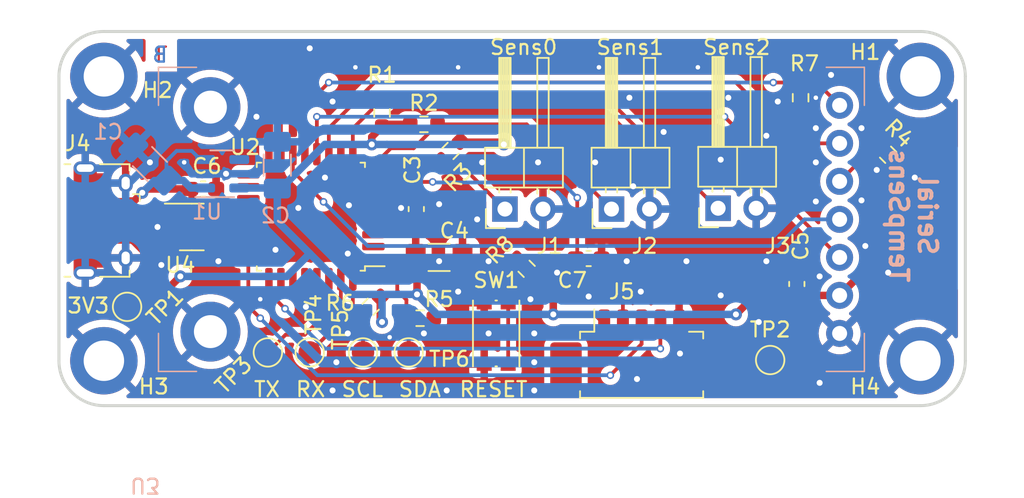
<source format=kicad_pcb>
(kicad_pcb (version 20221018) (generator pcbnew)
  (layers (0 "F.Cu" signal) (31 "B.Cu" signal) (34 "B.Paste" user) (35 "F.Paste" user) (36 "B.SilkS" user "B.Silkscreen") (37 "F.SilkS" user "F.Silkscreen") (38 "B.Mask" user) (39 "F.Mask" user) (44 "Edge.Cuts" user))
  (net 0 "")
  (net 1 "+3V3")
  (net 2 "GND")
  (net 3 "+5V")
  (net 4 "/nRST")
  (net 5 "Net-(J2-Pin_1)")
  (net 6 "Net-(J3-Pin_1)")
  (net 7 "/SWDIO")
  (net 8 "/SWCLK")
  (net 9 "/I2C1_SCL")
  (net 10 "/DISP_RST")
  (net 11 "/DISP_CS")
  (net 12 "/USB_D-")
  (net 13 "/USB_D+")
  (net 14 "/SPI1_SCK")
  (net 15 "/SPI1_MOSI")
  (net 16 "/DISP_DC")
  (net 17 "Net-(J1-Pin_1)")
  (net 30 "/UART_TX")
  (net 31 "/UART_RX")
  (net 35 "/I2C1_SDA")
  (net 36 "Net-(J4-D-)")
  (net 37 "Net-(J4-D+)")
  (footprint "Resistor_SMD:R_0603_1608Metric_Pad0.98x0.95mm_HandSolder" (layer "F.Cu") (at 124.638 66.982 -135)
    (fp_text reference "R3" (at 0.898026 -1.616446 -135) (layer "F.SilkS"))
    (fp_text value "8k2")
    (pad "1" smd roundrect (at -0.9125 0 225) (size 0.975 0.95) (layers "F.Cu" "F.Paste" "F.Mask") (net 1 "+3V3"))
    (pad "2" smd roundrect (at 0.9125 0 225) (size 0.975 0.95) (layers "F.Cu" "F.Paste" "F.Mask") (net 17 "Net-(J1-Pin_1)"))
  )
  (footprint "TestPoint:TestPoint_Pad_D1.5mm" (layer "F.Cu") (at 103.048 77.396)
    (fp_text reference "TP1" (at 2.54 0 45) (layer "F.SilkS"))
    (fp_text value "TestPoint")
    (pad "1" smd circle (at 0 0) (size 1.5 1.5) (layers "F.Cu" "F.Mask") (net 1 "+3V3"))
  )
  (footprint "TestPoint:TestPoint_Pad_D1.5mm" (layer "F.Cu") (at 121.844 80.444)
    (fp_text reference "TP6" (at 2.718 0.434) (layer "F.SilkS"))
    (fp_text value "TestPoint")
    (pad "1" smd circle (at 0 0) (size 1.5 1.5) (layers "F.Cu" "F.Mask") (net 35 "/I2C1_SDA"))
  )
  (footprint "TestPoint:TestPoint_Pad_D1.5mm" (layer "F.Cu") (at 115.24 80.444)
    (fp_text reference "TP4" (at 0.254 -2.54 90) (layer "F.SilkS"))
    (fp_text value "TestPoint")
    (pad "1" smd circle (at 0 0) (size 1.5 1.5) (layers "F.Cu" "F.Mask") (net 31 "/UART_RX"))
  )
  (footprint "Resistor_SMD:R_0603_1608Metric_Pad0.98x0.95mm_HandSolder" (layer "F.Cu") (at 153.848 67.236 135)
    (fp_text reference "R4" (at 0.508 1.524 135) (layer "F.SilkS"))
    (fp_text value "10k")
    (pad "1" smd roundrect (at -0.9125 0 135) (size 0.975 0.95) (layers "F.Cu" "F.Paste" "F.Mask") (net 1 "+3V3"))
    (pad "2" smd roundrect (at 0.9125 0 135) (size 0.975 0.95) (layers "F.Cu" "F.Paste" "F.Mask") (net 10 "/DISP_RST"))
  )
  (footprint "Capacitor_SMD:C_0603_1608Metric_Pad1.08x0.95mm_HandSolder" (layer "F.Cu") (at 133.858 74.168)
    (fp_text reference "C7" (at -1.092 1.45) (layer "F.SilkS"))
    (fp_text value "100n")
    (pad "1" smd roundrect (at -0.8625 0) (size 1.075 0.95) (layers "F.Cu" "F.Paste" "F.Mask") (net 4 "/nRST"))
    (pad "2" smd roundrect (at 0.8625 0) (size 1.075 0.95) (layers "F.Cu" "F.Paste" "F.Mask") (net 2 "GND"))
  )
  (footprint "TestPoint:TestPoint_Pad_D1.5mm" (layer "F.Cu") (at 112.446 80.444)
    (fp_text reference "TP3" (at -2.286 1.524 45) (layer "F.SilkS"))
    (fp_text value "TestPoint")
    (pad "1" smd circle (at 0 0) (size 1.5 1.5) (layers "F.Cu" "F.Mask") (net 30 "/UART_TX"))
  )
  (footprint "Connector_PinHeader_2.54mm:PinHeader_1x02_P2.54mm_Horizontal" (layer "F.Cu") (at 128.27 70.866 90)
    (fp_text reference "J1" (at -2.466 2.972 180) (layer "F.SilkS"))
    (fp_text value "Conn_01x02")
    (pad "1" thru_hole rect (at 0 0 90) (size 1.7 1.7) (drill 1) (layers "*.Cu" "*.Mask") (net 17 "Net-(J1-Pin_1)"))
    (pad "2" thru_hole oval (at 0 2.54 90) (size 1.7 1.7) (drill 1) (layers "*.Cu" "*.Mask") (net 2 "GND"))
  )
  (footprint "TestPoint:TestPoint_Pad_D1.5mm" (layer "F.Cu") (at 145.974 80.952)
    (fp_text reference "TP2" (at 0 -2.032) (layer "F.SilkS"))
    (fp_text value "TestPoint")
    (pad "1" smd circle (at 0 0) (size 1.5 1.5) (layers "F.Cu" "F.Mask") (net 2 "GND"))
  )
  (footprint "Package_QFP:LQFP-32_7x7mm_P0.8mm" (layer "F.Cu") (at 115.316 71.374 180)
    (fp_text reference "U2" (at 4.394 4.646) (layer "F.SilkS"))
    (fp_text value "STM32G0B1KCTx")
    (pad "1" smd roundrect (at -4.175 -2.8 180) (size 1.5 0.5) (layers "F.Cu" "F.Paste" "F.Mask") (net 35 "/I2C1_SDA"))
    (pad "2" smd roundrect (at -4.175 -2 180) (size 1.5 0.5) (layers "F.Cu" "F.Paste" "F.Mask"))
    (pad "3" smd roundrect (at -4.175 -1.2 180) (size 1.5 0.5) (layers "F.Cu" "F.Paste" "F.Mask"))
    (pad "4" smd roundrect (at -4.175 -0.4 180) (size 1.5 0.5) (layers "F.Cu" "F.Paste" "F.Mask") (net 1 "+3V3"))
    (pad "5" smd roundrect (at -4.175 0.4 180) (size 1.5 0.5) (layers "F.Cu" "F.Paste" "F.Mask") (net 2 "GND"))
    (pad "6" smd roundrect (at -4.175 1.2 180) (size 1.5 0.5) (layers "F.Cu" "F.Paste" "F.Mask") (net 4 "/nRST"))
    (pad "7" smd roundrect (at -4.175 2 180) (size 1.5 0.5) (layers "F.Cu" "F.Paste" "F.Mask") (net 17 "Net-(J1-Pin_1)"))
    (pad "8" smd roundrect (at -4.175 2.8 180) (size 1.5 0.5) (layers "F.Cu" "F.Paste" "F.Mask") (net 5 "Net-(J2-Pin_1)"))
    (pad "9" smd roundrect (at -2.8 4.175 180) (size 0.5 1.5) (layers "F.Cu" "F.Paste" "F.Mask") (net 6 "Net-(J3-Pin_1)"))
    (pad "10" smd roundrect (at -2 4.175 180) (size 0.5 1.5) (layers "F.Cu" "F.Paste" "F.Mask"))
    (pad "11" smd roundrect (at -1.2 4.175 180) (size 0.5 1.5) (layers "F.Cu" "F.Paste" "F.Mask") (net 16 "/DISP_DC"))
    (pad "12" smd roundrect (at -0.4 4.175 180) (size 0.5 1.5) (layers "F.Cu" "F.Paste" "F.Mask") (net 14 "/SPI1_SCK"))
    (pad "13" smd roundrect (at 0.4 4.175 180) (size 0.5 1.5) (layers "F.Cu" "F.Paste" "F.Mask") (net 11 "/DISP_CS"))
    (pad "14" smd roundrect (at 1.2 4.175 180) (size 0.5 1.5) (layers "F.Cu" "F.Paste" "F.Mask") (net 15 "/SPI1_MOSI"))
    (pad "15" smd roundrect (at 2 4.175 180) (size 0.5 1.5) (layers "F.Cu" "F.Paste" "F.Mask") (net 10 "/DISP_RST"))
    (pad "16" smd roundrect (at 2.8 4.175 180) (size 0.5 1.5) (layers "F.Cu" "F.Paste" "F.Mask"))
    (pad "17" smd roundrect (at 4.175 2.8 180) (size 1.5 0.5) (layers "F.Cu" "F.Paste" "F.Mask"))
    (pad "18" smd roundrect (at 4.175 2 180) (size 1.5 0.5) (layers "F.Cu" "F.Paste" "F.Mask"))
    (pad "19" smd roundrect (at 4.175 1.2 180) (size 1.5 0.5) (layers "F.Cu" "F.Paste" "F.Mask"))
    (pad "20" smd roundrect (at 4.175 0.4 180) (size 1.5 0.5) (layers "F.Cu" "F.Paste" "F.Mask"))
    (pad "21" smd roundrect (at 4.175 -0.4 180) (size 1.5 0.5) (layers "F.Cu" "F.Paste" "F.Mask"))
    (pad "22" smd roundrect (at 4.175 -1.2 180) (size 1.5 0.5) (layers "F.Cu" "F.Paste" "F.Mask") (net 12 "/USB_D-"))
    (pad "23" smd roundrect (at 4.175 -2 180) (size 1.5 0.5) (layers "F.Cu" "F.Paste" "F.Mask") (net 13 "/USB_D+"))
    (pad "24" smd roundrect (at 4.175 -2.8 180) (size 1.5 0.5) (layers "F.Cu" "F.Paste" "F.Mask") (net 7 "/SWDIO"))
    (pad "25" smd roundrect (at 2.8 -4.175 180) (size 0.5 1.5) (layers "F.Cu" "F.Paste" "F.Mask") (net 8 "/SWCLK"))
    (pad "26" smd roundrect (at 2 -4.175 180) (size 0.5 1.5) (layers "F.Cu" "F.Paste" "F.Mask"))
    (pad "27" smd roundrect (at 1.2 -4.175 180) (size 0.5 1.5) (layers "F.Cu" "F.Paste" "F.Mask"))
    (pad "28" smd roundrect (at 0.4 -4.175 180) (size 0.5 1.5) (layers "F.Cu" "F.Paste" "F.Mask"))
    (pad "29" smd roundrect (at -0.4 -4.175 180) (size 0.5 1.5) (layers "F.Cu" "F.Paste" "F.Mask"))
    (pad "30" smd roundrect (at -1.2 -4.175 180) (size 0.5 1.5) (layers "F.Cu" "F.Paste" "F.Mask") (net 30 "/UART_TX"))
    (pad "31" smd roundrect (at -2 -4.175 180) (size 0.5 1.5) (layers "F.Cu" "F.Paste" "F.Mask") (net 31 "/UART_RX"))
    (pad "32" smd roundrect (at -2.8 -4.175 180) (size 0.5 1.5) (layers "F.Cu" "F.Paste" "F.Mask") (net 9 "/I2C1_SCL"))
  )
  (footprint "Package_TO_SOT_SMD:SOT-23-6" (layer "F.Cu") (at 107.366 72.062)
    (fp_text reference "U4" (at -0.762 2.54) (layer "F.SilkS"))
    (fp_text value "USBLC6-2SC6")
    (pad "1" smd roundrect (at -1.1375 -0.95) (size 1.325 0.6) (layers "F.Cu" "F.Paste" "F.Mask") (net 36 "Net-(J4-D-)"))
    (pad "2" smd roundrect (at -1.1375 0) (size 1.325 0.6) (layers "F.Cu" "F.Paste" "F.Mask") (net 2 "GND"))
    (pad "3" smd roundrect (at -1.1375 0.95) (size 1.325 0.6) (layers "F.Cu" "F.Paste" "F.Mask") (net 37 "Net-(J4-D+)"))
    (pad "4" smd roundrect (at 1.1375 0.95) (size 1.325 0.6) (layers "F.Cu" "F.Paste" "F.Mask") (net 13 "/USB_D+"))
    (pad "5" smd roundrect (at 1.1375 0) (size 1.325 0.6) (layers "F.Cu" "F.Paste" "F.Mask") (net 3 "+5V"))
    (pad "6" smd roundrect (at 1.1375 -0.95) (size 1.325 0.6) (layers "F.Cu" "F.Paste" "F.Mask") (net 12 "/USB_D-"))
  )
  (footprint "MountingHole:MountingHole_2.7mm_M2.5_ISO7380_Pad" (layer "F.Cu") (at 156 81)
    (fp_text reference "H4" (at -3.676 1.73) (layer "F.SilkS"))
    (fp_text value "MountingHole_Pad")
    (pad "1" thru_hole circle (at 0 0) (size 4.5 4.5) (drill 2.7) (layers "*.Cu" "*.Mask") (net 2 "GND"))
  )
  (footprint "Resistor_SMD:R_0603_1608Metric_Pad0.98x0.95mm_HandSolder" (layer "F.Cu") (at 122.86 65.204)
    (fp_text reference "R2" (at 0 -1.43) (layer "F.SilkS"))
    (fp_text value "8k2")
    (pad "1" smd roundrect (at -0.9125 0) (size 0.975 0.95) (layers "F.Cu" "F.Paste" "F.Mask") (net 1 "+3V3"))
    (pad "2" smd roundrect (at 0.9125 0) (size 0.975 0.95) (layers "F.Cu" "F.Paste" "F.Mask") (net 5 "Net-(J2-Pin_1)"))
  )
  (footprint "MountingHole:MountingHole_2.7mm_M2.5_ISO7380_Pad" (layer "F.Cu") (at 101.5 62)
    (fp_text reference "H2" (at 3.58 0.918) (layer "F.SilkS"))
    (fp_text value "MountingHole_Pad")
    (pad "1" thru_hole circle (at 0 0) (size 4.5 4.5) (drill 2.7) (layers "*.Cu" "*.Mask") (net 2 "GND"))
  )
  (footprint "Resistor_SMD:R_0603_1608Metric_Pad0.98x0.95mm_HandSolder" (layer "F.Cu") (at 119.304 77.396 -135)
    (fp_text reference "R6" (at 1.257236 1.616446) (layer "F.SilkS"))
    (fp_text value "4k7")
    (pad "1" smd roundrect (at -0.9125 0 225) (size 0.975 0.95) (layers "F.Cu" "F.Paste" "F.Mask") (net 1 "+3V3"))
    (pad "2" smd roundrect (at 0.9125 0 225) (size 0.975 0.95) (layers "F.Cu" "F.Paste" "F.Mask") (net 9 "/I2C1_SCL"))
  )
  (footprint "Connector_Molex:Molex_PicoBlade_53261-0571_1x05-1MP_P1.25mm_Horizontal" (layer "F.Cu") (at 137.394 80.772)
    (fp_text reference "J5" (at -1.326 -4.4) (layer "F.SilkS"))
    (fp_text value "Conn_01x05")
    (pad "1" smd roundrect (at -2.5 -2.4) (size 0.8 1.6) (layers "F.Cu" "F.Paste" "F.Mask") (net 1 "+3V3"))
    (pad "2" smd roundrect (at -1.25 -2.4) (size 0.8 1.6) (layers "F.Cu" "F.Paste" "F.Mask") (net 4 "/nRST"))
    (pad "3" smd roundrect (at 0 -2.4) (size 0.8 1.6) (layers "F.Cu" "F.Paste" "F.Mask") (net 7 "/SWDIO"))
    (pad "4" smd roundrect (at 1.25 -2.4) (size 0.8 1.6) (layers "F.Cu" "F.Paste" "F.Mask") (net 8 "/SWCLK"))
    (pad "5" smd roundrect (at 2.5 -2.4) (size 0.8 1.6) (layers "F.Cu" "F.Paste" "F.Mask") (net 2 "GND"))
    (pad "MP" smd roundrect (at -5.05 0.5) (size 2.1 3) (layers "F.Cu" "F.Paste" "F.Mask") (roundrect_rratio 0.1190480952))
    (pad "MP" smd roundrect (at 5.05 0.5) (size 2.1 3) (layers "F.Cu" "F.Paste" "F.Mask") (roundrect_rratio 0.1190480952))
  )
  (footprint "Resistor_SMD:R_0603_1608Metric_Pad0.98x0.95mm_HandSolder" (layer "F.Cu") (at 120.066 64.442 90)
    (fp_text reference "R1" (at 2.54 0 180) (layer "F.SilkS"))
    (fp_text value "8k2")
    (pad "1" smd roundrect (at -0.9125 0 90) (size 0.975 0.95) (layers "F.Cu" "F.Paste" "F.Mask") (net 1 "+3V3"))
    (pad "2" smd roundrect (at 0.9125 0 90) (size 0.975 0.95) (layers "F.Cu" "F.Paste" "F.Mask") (net 6 "Net-(J3-Pin_1)"))
  )
  (footprint "MountingHole:MountingHole_2.7mm_M2.5_ISO7380_Pad" (layer "F.Cu") (at 101.5 81)
    (fp_text reference "H3" (at 3.326 1.73) (layer "F.SilkS"))
    (fp_text value "MountingHole_Pad")
    (pad "1" thru_hole circle (at 0 0) (size 4.5 4.5) (drill 2.7) (layers "*.Cu" "*.Mask") (net 2 "GND"))
  )
  (footprint "Connector_PinHeader_2.54mm:PinHeader_1x02_P2.54mm_Horizontal" (layer "F.Cu") (at 135.382 70.866 90)
    (fp_text reference "J2" (at -2.466 2.21 180) (layer "F.SilkS"))
    (fp_text value "Conn_01x02")
    (pad "1" thru_hole rect (at 0 0 90) (size 1.7 1.7) (drill 1) (layers "*.Cu" "*.Mask") (net 5 "Net-(J2-Pin_1)"))
    (pad "2" thru_hole oval (at 0 2.54 90) (size 1.7 1.7) (drill 1) (layers "*.Cu" "*.Mask") (net 2 "GND"))
  )
  (footprint "Button_Switch_SMD:SW_Push_1P1T_NO_CK_KMR2" (layer "F.Cu") (at 127.686 79.174 90)
    (fp_text reference "SW1" (at 3.556 0 180) (layer "F.SilkS"))
    (fp_text value "SW_Push")
    (pad "1" smd rect (at -2.05 -0.8 90) (size 0.9 1) (layers "F.Cu" "F.Paste" "F.Mask") (net 2 "GND"))
    (pad "1" smd rect (at 2.05 -0.8 90) (size 0.9 1) (layers "F.Cu" "F.Paste" "F.Mask") (net 2 "GND"))
    (pad "2" smd rect (at -2.05 0.8 90) (size 0.9 1) (layers "F.Cu" "F.Paste" "F.Mask") (net 4 "/nRST"))
    (pad "2" smd rect (at 2.05 0.8 90) (size 0.9 1) (layers "F.Cu" "F.Paste" "F.Mask") (net 4 "/nRST"))
  )
  (footprint "Resistor_SMD:R_0603_1608Metric_Pad0.98x0.95mm_HandSolder" (layer "F.Cu") (at 148.006 63.426 -90)
    (fp_text reference "R7" (at -2.286 -0.254) (layer "F.SilkS"))
    (fp_text value "10k")
    (pad "1" smd roundrect (at -0.9125 0 270) (size 0.975 0.95) (layers "F.Cu" "F.Paste" "F.Mask") (net 11 "/DISP_CS"))
    (pad "2" smd roundrect (at 0.9125 0 270) (size 0.975 0.95) (layers "F.Cu" "F.Paste" "F.Mask") (net 2 "GND"))
  )
  (footprint "Connector_USB:USB_Micro-B_Amphenol_10118194_Horizontal" (layer "F.Cu") (at 101.554 71.628 -90)
    (fp_text reference "J4" (at -5.154 1.808) (layer "F.SilkS"))
    (fp_text value "USB_B_Micro")
    (pad "1" smd rect (at -1.3 -1.4 270) (size 0.4 1.35) (layers "F.Cu" "F.Paste" "F.Mask") (net 3 "+5V"))
    (pad "2" smd rect (at -0.65 -1.4 270) (size 0.4 1.35) (layers "F.Cu" "F.Paste" "F.Mask") (net 36 "Net-(J4-D-)"))
    (pad "3" smd rect (at 0 -1.4 270) (size 0.4 1.35) (layers "F.Cu" "F.Paste" "F.Mask") (net 37 "Net-(J4-D+)"))
    (pad "4" smd rect (at 0.65 -1.4 270) (size 0.4 1.35) (layers "F.Cu" "F.Paste" "F.Mask"))
    (pad "5" smd rect (at 1.3 -1.4 270) (size 0.4 1.35) (layers "F.Cu" "F.Paste" "F.Mask") (net 2 "GND"))
    (pad "6" thru_hole oval (at -3.5 1.3 270) (size 0.89 1.55) (drill oval 0.5 1.15) (layers "*.Cu" "*.Mask") (net 2 "GND"))
    (pad "6" smd rect (at -2.9 1.3 270) (size 1.2 1.55) (layers "F.Cu" "F.Paste" "F.Mask") (net 2 "GND"))
    (pad "6" thru_hole oval (at -2.5 -1.4 270) (size 1.25 0.95) (drill oval 0.85 0.55) (layers "*.Cu" "*.Mask") (net 2 "GND"))
    (pad "6" smd rect (at -1 1.3 270) (size 1.5 1.55) (layers "F.Cu" "F.Paste" "F.Mask") (net 2 "GND"))
    (pad "6" smd rect (at 1 1.3 270) (size 1.5 1.55) (layers "F.Cu" "F.Paste" "F.Mask") (net 2 "GND"))
    (pad "6" thru_hole oval (at 2.5 -1.4 270) (size 1.25 0.95) (drill oval 0.85 0.55) (layers "*.Cu" "*.Mask") (net 2 "GND"))
    (pad "6" smd rect (at 2.9 1.3 270) (size 1.2 1.55) (layers "F.Cu" "F.Paste" "F.Mask") (net 2 "GND"))
    (pad "6" thru_hole oval (at 3.5 1.3 270) (size 0.89 1.55) (drill oval 0.5 1.15) (layers "*.Cu" "*.Mask") (net 2 "GND"))
  )
  (footprint "MountingHole:MountingHole_2.7mm_M2.5_ISO7380_Pad" (layer "F.Cu") (at 156 62)
    (fp_text reference "H1" (at -3.676 -1.622) (layer "F.SilkS"))
    (fp_text value "MountingHole_Pad")
    (pad "1" thru_hole circle (at 0 0) (size 4.5 4.5) (drill 2.7) (layers "*.Cu" "*.Mask") (net 2 "GND"))
  )
  (footprint "Connector_PinHeader_2.54mm:PinHeader_1x02_P2.54mm_Horizontal" (layer "F.Cu") (at 142.499 70.809 90)
    (fp_text reference "J3" (at -2.523 3.983) (layer "F.SilkS"))
    (fp_text value "Conn_01x02")
    (pad "1" thru_hole rect (at 0 0 90) (size 1.7 1.7) (drill 1) (layers "*.Cu" "*.Mask") (net 6 "Net-(J3-Pin_1)"))
    (pad "2" thru_hole oval (at 0 2.54 90) (size 1.7 1.7) (drill 1) (layers "*.Cu" "*.Mask") (net 2 "GND"))
  )
  (footprint "Capacitor_SMD:C_1206_3216Metric_Pad1.33x1.80mm_HandSolder" (layer "F.Cu") (at 123.876 74.094)
    (fp_text reference "C4" (at 1.016 -1.778) (layer "F.SilkS"))
    (fp_text value "1u")
    (pad "1" smd roundrect (at -1.5625 0) (size 1.325 1.8) (layers "F.Cu" "F.Paste" "F.Mask") (roundrect_rratio 0.1886792453) (net 1 "+3V3"))
    (pad "2" smd roundrect (at 1.5625 0) (size 1.325 1.8) (layers "F.Cu" "F.Paste" "F.Mask") (roundrect_rratio 0.1886792453) (net 2 "GND"))
  )
  (footprint "Resistor_SMD:R_0603_1608Metric_Pad0.98x0.95mm_HandSolder" (layer "F.Cu") (at 122.606 78.158 180)
    (fp_text reference "R5" (at -1.27 1.27 180) (layer "F.SilkS"))
    (fp_text value "4k7")
    (pad "1" smd roundrect (at -0.9125 0 180) (size 0.975 0.95) (layers "F.Cu" "F.Paste" "F.Mask") (net 1 "+3V3"))
    (pad "2" smd roundrect (at 0.9125 0 180) (size 0.975 0.95) (layers "F.Cu" "F.Paste" "F.Mask") (net 35 "/I2C1_SDA"))
  )
  (footprint "Capacitor_SMD:C_0603_1608Metric_Pad1.08x0.95mm_HandSolder" (layer "F.Cu") (at 147.752 75.872 90)
    (fp_text reference "C5" (at 2.54 0.254 90) (layer "F.SilkS"))
    (fp_text value "100n")
    (pad "1" smd roundrect (at -0.8625 0 90) (size 1.075 0.95) (layers "F.Cu" "F.Paste" "F.Mask") (net 1 "+3V3"))
    (pad "2" smd roundrect (at 0.8625 0 90) (size 1.075 0.95) (layers "F.Cu" "F.Paste" "F.Mask") (net 2 "GND"))
  )
  (footprint "TestPoint:TestPoint_Pad_D1.5mm" (layer "F.Cu") (at 118.796 80.444)
    (fp_text reference "TP5" (at -1.524 -1.524 90) (layer "F.SilkS"))
    (fp_text value "TestPoint")
    (pad "1" smd circle (at 0 0) (size 1.5 1.5) (layers "F.Cu" "F.Mask") (net 9 "/I2C1_SCL"))
  )
  (footprint "Resistor_SMD:R_0603_1608Metric_Pad0.98x0.95mm_HandSolder" (layer "F.Cu") (at 129.718 74.856 135)
    (fp_text reference "R8" (at 2.155261 -0.35921 225) (layer "F.SilkS"))
    (fp_text value "10k")
    (pad "1" smd roundrect (at -0.9125 0 135) (size 0.975 0.95) (layers "F.Cu" "F.Paste" "F.Mask") (net 1 "+3V3"))
    (pad "2" smd roundrect (at 0.9125 0 135) (size 0.975 0.95) (layers "F.Cu" "F.Paste" "F.Mask") (net 4 "/nRST"))
  )
  (footprint "Capacitor_SMD:C_0603_1608Metric_Pad1.08x0.95mm_HandSolder" (layer "F.Cu") (at 108.128 69.522)
    (fp_text reference "C6" (at 0.254 -1.524) (layer "F.SilkS"))
    (fp_text value "100n")
    (pad "1" smd roundrect (at -0.8625 0) (size 1.075 0.95) (layers "F.Cu" "F.Paste" "F.Mask") (net 3 "+5V"))
    (pad "2" smd roundrect (at 0.8625 0) (size 1.075 0.95) (layers "F.Cu" "F.Paste" "F.Mask") (net 2 "GND"))
  )
  (footprint "Capacitor_SMD:C_0603_1608Metric_Pad1.08x0.95mm_HandSolder" (layer "F.Cu") (at 122.352 70.866 90)
    (fp_text reference "C3" (at 2.614 -0.254 90) (layer "F.SilkS"))
    (fp_text value "100n")
    (pad "1" smd roundrect (at -0.8625 0 90) (size 1.075 0.95) (layers "F.Cu" "F.Paste" "F.Mask") (net 1 "+3V3"))
    (pad "2" smd roundrect (at 0.8625 0 90) (size 1.075 0.95) (layers "F.Cu" "F.Paste" "F.Mask") (net 2 "GND"))
  )
  (footprint "Capacitor_SMD:C_1206_3216Metric_Pad1.33x1.80mm_HandSolder" (layer "B.Cu") (at 113.075501 67.931999 90)
    (fp_text reference "C2" (at -3.368001 -0.121501 180) (layer "B.SilkS") (effects (justify mirror)))
    (fp_text value "1u")
    (pad "1" smd roundrect (at -1.5625 0 90) (size 1.325 1.8) (layers "B.Cu" "B.Paste" "B.Mask") (roundrect_rratio 0.1886792453) (net 1 "+3V3"))
    (pad "2" smd roundrect (at 1.5625 0 90) (size 1.325 1.8) (layers "B.Cu" "B.Paste" "B.Mask") (roundrect_rratio 0.1886792453) (net 2 "GND"))
  )
  (footprint "Package_TO_SOT_SMD:SOT-23-5" (layer "B.Cu") (at 109.398 68.506)
    (fp_text reference "U1" (at -1.016 2.54 180) (layer "B.SilkS") (effects (justify mirror)))
    (fp_text value "MIC5504-3.3YM5")
    (pad "1" smd roundrect (at -1.1375 0.95) (size 1.325 0.6) (layers "B.Cu" "B.Paste" "B.Mask") (net 3 "+5V"))
    (pad "2" smd roundrect (at -1.1375 0) (size 1.325 0.6) (layers "B.Cu" "B.Paste" "B.Mask") (net 2 "GND"))
    (pad "3" smd roundrect (at -1.1375 -0.95) (size 1.325 0.6) (layers "B.Cu" "B.Paste" "B.Mask") (net 3 "+5V"))
    (pad "4" smd roundrect (at 1.1375 -0.95) (size 1.325 0.6) (layers "B.Cu" "B.Paste" "B.Mask"))
    (pad "5" smd roundrect (at 1.1375 0.95) (size 1.325 0.6) (layers "B.Cu" "B.Paste" "B.Mask") (net 1 "+3V3"))
  )
  (footprint "personal-lib:SMIH-05VDC-SL-C,OLED_DISPLAY,128x64" (layer "B.Cu") (at 106.7945 71.554)
    (fp_text reference "U3" (at -2.54 17.78 180 unlocked) (layer "B.SilkS") (effects (justify mirror)))
    (fp_text value "OLED Display")
    (pad "1" thru_hole circle (at 43.815 7.62) (size 1.8 1.8) (drill 1) (layers "*.Cu" "*.Mask") (net 2 "GND"))
    (pad "2" thru_hole circle (at 43.815 5.08) (size 1.8 1.8) (drill 1) (layers "*.Cu" "*.Mask") (net 1 "+3V3"))
    (pad "3" thru_hole circle (at 43.815 2.54) (size 1.8 1.8) (drill 1) (layers "*.Cu" "*.Mask") (net 14 "/SPI1_SCK"))
    (pad "4" thru_hole circle (at 43.815 0) (size 1.8 1.8) (drill 1) (layers "*.Cu" "*.Mask") (net 15 "/SPI1_MOSI"))
    (pad "5" thru_hole circle (at 43.815 -2.54) (size 1.8 1.8) (drill 1) (layers "*.Cu" "*.Mask") (net 10 "/DISP_RST"))
    (pad "6" thru_hole circle (at 43.815 -5.08) (size 1.8 1.8) (drill 1) (layers "*.Cu" "*.Mask") (net 16 "/DISP_DC"))
    (pad "7" thru_hole circle (at 43.815 -7.62) (size 1.8 1.8) (drill 1) (layers "*.Cu" "*.Mask") (net 11 "/DISP_CS"))
    (pad "8" thru_hole circle (at 1.815 7.5) (size 4 4) (drill 2.2) (layers "*.Cu" "*.Mask") (net 2 "GND"))
    (pad "9" thru_hole circle (at 1.815 -7.5) (size 4 4) (drill 2.2) (layers "*.Cu" "*.Mask") (net 2 "GND"))
  )
  (footprint "Capacitor_SMD:C_1206_3216Metric_Pad1.33x1.80mm_HandSolder" (layer "B.Cu") (at 104.572 67.855998 135)
    (fp_text reference "C1" (at 3.491692 -0.459621) (layer "B.SilkS") (effects (justify mirror)))
    (fp_text value "1u")
    (pad "1" smd roundrect (at -1.5625 0 135) (size 1.325 1.8) (layers "B.Cu" "B.Paste" "B.Mask") (roundrect_rratio 0.1886792453) (net 3 "+5V"))
    (pad "2" smd roundrect (at 1.5625 0 135) (size 1.325 1.8) (layers "B.Cu" "B.Paste" "B.Mask") (roundrect_rratio 0.1886792453) (net 2 "GND"))
  )
  (gr_line (start 98.5 81) (end 98.5 62) (stroke (width 0.2)) (layer "Edge.Cuts"))
  (gr_arc (start 156 59) (mid 158.12132 59.87868) (end 159 62) (stroke (width 0.2)) (layer "Edge.Cuts"))
  (gr_arc (start 159 81) (mid 158.12132 83.12132) (end 156 84) (stroke (width 0.2)) (layer "Edge.Cuts"))
  (gr_line (start 156 84) (end 101.5 84) (stroke (width 0.2)) (layer "Edge.Cuts"))
  (gr_line (start 101.5 59) (end 156 59) (stroke (width 0.2)) (layer "Edge.Cuts"))
  (gr_line (start 159 62) (end 159 81) (stroke (width 0.2)) (layer "Edge.Cuts"))
  (gr_arc (start 98.5 62) (mid 99.37868 59.87868) (end 101.5 59) (stroke (width 0.2)) (layer "Edge.Cuts"))
  (gr_arc (start 101.5 84) (mid 99.37868 83.12132) (end 98.5 81) (stroke (width 0.2)) (layer "Edge.Cuts"))
  (gr_text "F" (at 104.826 61.14) (layer "F.Cu") (effects (font (size 1 1)) (justify left bottom)))
  (gr_text "PCB rev. A" (at 157.912 75.618 90) (layer "F.Cu") (effects (font (size 1 1)) (justify left bottom)))
  (gr_text "B" (at 105.842 61.14) (layer "B.Cu") (effects (font (size 1 1)) (justify left bottom mirror)))
  (gr_text "Serial\nTempSens" (at 153.848 71.3 -90) (layer "B.SilkS") (effects (font (size 1.2 1.2) (thickness 0.25) bold) (justify bottom mirror)))
  (gr_text "3V3" (at 98.984 77.904) (layer "F.SilkS") (effects (font (size 1 1)) (justify left bottom)))
  (gr_text "SDA" (at 121.082 83.492) (layer "F.SilkS") (effects (font (size 1 1)) (justify left bottom)))
  (gr_text "RX" (at 114.224 83.492) (layer "F.SilkS") (effects (font (size 1 1)) (justify left bottom)))
  (gr_text "Sens2" (at 141.402 60.632) (layer "F.SilkS") (effects (font (size 1 1)) (justify left bottom)))
  (gr_text "RESET" (at 125.146 83.492) (layer "F.SilkS") (effects (font (size 1 1)) (justify left bottom)))
  (gr_text "Sens1" (at 134.29 60.632) (layer "F.SilkS") (effects (font (size 1 1)) (justify left bottom)))
  (gr_text "TX" (at 111.43 83.492) (layer "F.SilkS") (effects (font (size 1 1)) (justify left bottom)))
  (gr_text "SCL" (at 117.272 83.492) (layer "F.SilkS") (effects (font (size 1 1)) (justify left bottom)))
  (gr_text "Sens0" (at 127.178 60.632) (layer "F.SilkS") (effects (font (size 1 1)) (justify left bottom)))
  (segment (start 119.949235 78.295235) (end 120.066 78.412) (width 0.5) (layer "F.Cu") (net 1))
  (segment (start 154.493235 72.750265) (end 154.493235 67.881235) (width 0.5) (layer "F.Cu") (net 1))
  (segment (start 121.783 65.204) (end 120.2165 65.204) (width 0.5) (layer "F.Cu") (net 1))
  (segment (start 122.3135 74.094) (end 122.3135 71.6795) (width 0.5) (layer "F.Cu") (net 1))
  (segment (start 119.949235 76.750765) (end 119.949235 78.295235) (width 0.5) (layer "F.Cu") (net 1))
  (segment (start 134.426 77.904) (end 134.894 78.372) (width 0.5) (layer "F.Cu") (net 1))
  (segment (start 131.497 76.635) (end 130.617235 75.755235) (width 0.5) (layer "F.Cu") (net 1))
  (segment (start 131.497 77.903) (end 131.497 76.635) (width 0.5) (layer "F.Cu") (net 1))
  (segment (start 119.38 66.0405) (end 119.38 66.548) (width 0.5) (layer "F.Cu") (net 1))
  (segment (start 123.5185 77.6835) (end 122.402 76.567) (width 0.5) (layer "F.Cu") (net 1))
  (segment (start 120.2165 65.204) (end 119.38 66.0405) (width 0.5) (layer "F.Cu") (net 1))
  (segment (start 143.689 77.903) (end 144.958 76.634) (width 0.5) (layer "F.Cu") (net 1))
  (segment (start 106.604 75.364) (end 104.572 77.396) (width 0.5) (layer "F.Cu") (net 1))
  (segment (start 143.688 77.903) (end 143.689 77.903) (width 0.5) (layer "F.Cu") (net 1))
  (segment (start 122.402 74.475) (end 122.3135 74.3865) (width 0.5) (layer "F.Cu") (net 1))
  (segment (start 123.5185 78.158) (end 123.5185 77.6835) (width 0.5) (layer "F.Cu") (net 1))
  (segment (start 122.3135 74.3865) (end 122.3135 74.094) (width 0.5) (layer "F.Cu") (net 1))
  (segment (start 119.491 71.774) (end 122.041 71.774) (width 0.5) (layer "F.Cu") (net 1))
  (segment (start 125.475363 66.398637) (end 128.044637 66.398637) (width 0.5) (layer "F.Cu") (net 1))
  (segment (start 150.6095 76.634) (end 154.493235 72.750265) (width 0.5) (layer "F.Cu") (net 1))
  (segment (start 104.572 77.396) (end 103.048 77.396) (width 0.5) (layer "F.Cu") (net 1))
  (segment (start 131.497 77.903) (end 131.498 77.904) (width 0.5) (layer "F.Cu") (net 1))
  (segment (start 144.958 76.634) (end 150.6095 76.634) (width 0.5) (layer "F.Cu") (net 1))
  (segment (start 122.402 76.567) (end 122.402 74.475) (width 0.5) (layer "F.Cu") (net 1))
  (segment (start 131.498 77.904) (end 134.426 77.904) (width 0.5) (layer "F.Cu") (net 1))
  (segment (start 128.044637 66.398637) (end 128.194 66.548) (width 0.5) (layer "F.Cu") (net 1))
  (via (at 122.402 76.567) (size 0.8) (drill 0.4) (layers "F.Cu" "B.Cu") (net 1))
  (via (at 120.066 78.412) (size 0.8) (drill 0.4) (layers "F.Cu" "B.Cu") (net 1))
  (via (at 119.38 66.548) (size 0.8) (drill 0.4) (layers "F.Cu" "B.Cu") (net 1))
  (via (at 131.497 77.903) (size 0.8) (drill 0.4) (layers "F.Cu" "B.Cu") (net 1))
  (via (at 143.688 77.903) (size 0.8) (drill 0.4) (layers "F.Cu" "B.Cu") (net 1))
  (via (at 128.194 66.548) (size 0.8) (drill 0.4) (layers "F.Cu" "B.Cu") (net 1))
  (via (at 106.604 75.364) (size 0.8) (drill 0.4) (layers "F.Cu" "B.Cu") (net 1))
  (segment (start 113.075501 71.673501) (end 113.075501 69.494499) (width 0.5) (layer "B.Cu") (net 1))
  (segment (start 113.037002 69.456) (end 113.075501 69.494499) (width 0.5) (layer "B.Cu") (net 1))
  (segment (start 131.496 77.904) (end 123.739 77.904) (width 0.5) (layer "B.Cu") (net 1))
  (segment (start 120.396 66.548) (end 116.256 66.548) (width 0.5) (layer "B.Cu") (net 1))
  (segment (start 131.497 77.903) (end 131.496 77.904) (width 0.5) (layer "B.Cu") (net 1))
  (segment (start 117.969 76.567) (end 115.241 73.839) (width 0.5) (layer "B.Cu") (net 1))
  (segment (start 120.066 76.567) (end 117.969 76.567) (width 0.5) (layer "B.Cu") (net 1))
  (segment (start 115.241 73.839) (end 113.075501 71.673501) (width 0.5) (layer "B.Cu") (net 1))
  (segment (start 110.5355 69.456) (end 113.037002 69.456) (width 0.5) (layer "B.Cu") (net 1))
  (segment (start 131.497 77.903) (end 143.688 77.903) (width 0.5) (layer "B.Cu") (net 1))
  (segment (start 123.739 77.904) (end 122.402 76.567) (width 0.5) (layer "B.Cu") (net 1))
  (segment (start 120.396 66.548) (end 128.194 66.548) (width 0.5) (layer "B.Cu") (net 1))
  (segment (start 122.402 76.567) (end 120.066 76.567) (width 0.5) (layer "B.Cu") (net 1))
  (segment (start 120.066 78.412) (end 120.066 76.567) (width 0.5) (layer "B.Cu") (net 1))
  (segment (start 106.604 75.364) (end 113.716 75.364) (width 0.5) (layer "B.Cu") (net 1))
  (segment (start 113.716 75.364) (end 115.241 73.839) (width 0.5) (layer "B.Cu") (net 1))
  (segment (start 113.309501 69.494499) (end 116.256 66.548) (width 0.5) (layer "B.Cu") (net 1))
  (segment (start 113.075501 69.494499) (end 113.309501 69.494499) (width 0.5) (layer "B.Cu") (net 1))
  (segment (start 106.2285 72.062) (end 106.789528 72.062) (width 0.5) (layer "F.Cu") (net 2))
  (segment (start 117.964 70.974) (end 117.856 70.612) (width 0.5) (layer "F.Cu") (net 2))
  (segment (start 102.954 72.928) (end 103.406 72.928) (width 0.5) (layer "F.Cu") (net 2))
  (segment (start 102.954 72.928) (end 100.554 72.928) (width 0.5) (layer "F.Cu") (net 2))
  (segment (start 109.652 68.506) (end 109.144 68.252) (width 0.5) (layer "F.Cu") (net 2))
  (segment (start 106.2285 72.062) (end 105.08 72.062) (width 0.5) (layer "F.Cu") (net 2))
  (segment (start 106.789528 72.062) (end 107.366 72.638472) (width 0.5) (layer "F.Cu") (net 2))
  (segment (start 121.154 70.974) (end 119.491 70.974) (width 0.5) (layer "F.Cu") (net 2))
  (segment (start 103.406 72.928) (end 104.318 73.84) (width 0.5) (layer "F.Cu") (net 2))
  (segment (start 100.554 72.928) (end 100.254 72.628) (width 0.5) (layer "F.Cu") (net 2))
  (segment (start 108.9905 68.4055) (end 109.652 68.506) (width 0.5) (layer "F.Cu") (net 2))
  (segment (start 121.336 70.792) (end 122.037 70.091) (width 0.5) (layer "F.Cu") (net 2))
  (segment (start 119.491 70.974) (end 117.964 70.974) (width 0.5) (layer "F.Cu") (net 2))
  (segment (start 122.037 70.091) (end 122.174 70.091) (width 0.5) (layer "F.Cu") (net 2))
  (segment (start 121.336 70.792) (end 121.154 70.974) (width 0.5) (layer "F.Cu") (net 2))
  (segment (start 108.9905 69.522) (end 108.9905 68.4055) (width 0.5) (layer "F.Cu") (net 2))
  (segment (start 117.856 70.612) (end 117.856 70.866) (width 0.5) (layer "F.Cu") (net 2))
  (segment (start 107.366 72.638472) (end 107.366 74.094) (width 0.5) (layer "F.Cu") (net 2))
  (via (at 136.576 63.426) (size 0.8) (drill 0.4) (layers "F.Cu" "B.Cu") (net 2))
  (via (at 142.672 67.564) (size 0.8) (drill 0.4) (layers "F.Cu" "B.Cu") (net 2))
  (via (at 123.876 70.538) (size 0.8) (drill 0.4) (layers "F.Cu" "B.Cu") (net 2))
  (via (at 117.018 81.1) (size 0.8) (drill 0.4) (layers "F.Cu" "B.Cu") (net 2))
  (via (at 114.986 77.396) (size 0.8) (drill 0.4) (layers "F.Cu" "B.Cu") (net 2))
  (via (at 109.144 74.348) (size 0.8) (drill 0.4) (layers "F.Cu" "B.Cu") (net 2))
  (via (at 137.338 76.38) (size 0.8) (drill 0.4) (layers "F.Cu" "B.Cu") (net 2))
  (via (at 104.572 67.744) (size 0.8) (drill 0.4) (layers "F.Cu" "B.Cu") (net 2))
  (via (at 145.212 78.412) (size 0.8) (drill 0.4) (layers "F.Cu" "B.Cu") (net 2))
  (via (at 116.764 63.68) (size 0.8) (drill 0.4) (layers "F.Cu" "B.Cu") (net 2))
  (via (at 130.226 82.984) (size 0.8) (drill 0.4) (layers "F.Cu" "B.Cu") (net 2))
  (via (at 120.574 79.428) (size 0.5) (drill 0.3) (layers "F.Cu" "B.Cu") (net 2))
  (via (at 105.08 72.062) (size 0.8) (drill 0.4) (layers "F.Cu" "B.Cu") (net 2))
  (via (at 130.226 79.174) (size 0.8) (drill 0.4) (layers "F.Cu" "B.Cu") (net 2))
  (via (at 142.672 76.634) (size 0.8) (drill 0.4) (layers "F.Cu" "B.Cu") (net 2))
  (via (at 117.78 73.84) (size 0.8) (drill 0.4) (layers "F.Cu" "B.Cu") (net 2))
  (via (at 145.72 74.348) (size 0.8) (drill 0.4) (layers "F.Cu" "B.Cu") (net 2))
  (via (at 149.022 63.426) (size 0.5) (drill 0.3) (layers "F.Cu" "B.Cu") (net 2))
  (via (at 116.764 82.984) (size 0.8) (drill 0.4) (layers "F.Cu" "B.Cu") (net 2))
  (via (at 126.416 71.554) (size 0.8) (drill 0.4) (layers "F.Cu" "B.Cu") (net 2))
  (via (at 146.482 63.68) (size 0.8) (drill 0.4) (layers "F.Cu" "B.Cu") (net 2))
  (via (at 149.022 67.744) (size 0.8) (drill 0.4) (layers "F.Cu" "B.Cu") (net 2))
  (via (at 131.75 75.11) (size 0.8) (drill 0.4) (layers "F.Cu" "B.Cu") (net 2))
  (via (at 126.746 67.744) (size 0.8) (drill 0.4) (layers "F.Cu" "B.Cu") (net 2))
  (via (at 127.178 79.174) (size 0.8) (drill 0.4) (layers "F.Cu" "B.Cu") (net 2))
  (via (at 133.858 76.708) (size 0.8) (drill 0.4) (layers "F.Cu" "B.Cu") (net 2))
  (via (at 149.022 65.458) (size 0.8) (drill 0.4) (layers "F.Cu" "B.Cu") (net 2))
  (via (at 153.086 68.252) (size 0.8) (drill 0.4) (layers "F.Cu" "B.Cu") (net 2))
  (via (at 155.626 68.76) (size 0.8) (drill 0.4) (layers "F.Cu" "B.Cu") (net 2))
  (via (at 112.954 73.586) (size 0.8) (drill 0.4) (layers "F.Cu" "B.Cu") (net 2))
  (via (at 136.398 74.348) (size 0.8) (drill 0.4) (layers "F.Cu" "B.Cu") (net 2))
  (via (at 114.478 70.792) (size 0.8) (drill 0.4) (layers "F.Cu" "B.Cu") (net 2))
  (via (at 111.684 64.696) (size 0.8) (drill 0.4) (layers "F.Cu" "B.Cu") (net 2))
  (via (at 111.938 76.888) (size 0.5) (drill 0.3) (layers "F.Cu" "B.Cu") (net 2))
  (via (at 121.336 70.792) (size 0.8) (drill 0.4) (layers "F.Cu" "B.Cu") (net 2))
  (via (at 127.178 74.348) (size 0.8) (drill 0.4) (layers "F.Cu" "B.Cu") (net 2))
  (via (at 129.972 76.888) (size 0.8) (drill 0.4) (layers "F.Cu" "B.Cu") (net 2))
  (via (at 130.226 81.1) (size 0.8) (drill 0.4) (layers "F.Cu" "B.Cu") (net 2))
  (via (at 136.83 69.342) (size 0.8) (drill 0.4) (layers "F.Cu" "B.Cu") (net 2))
  (via (at 150.038 61.902) (size 0.8) (drill 0.4) (layers "F.Cu" "B.Cu") (net 2))
  (via (at 149.276 75.364) (size 0.8) (drill 0.4) (layers "F.Cu" "B.Cu") (net 2))
  (via (at 138.862 65.712) (size 0.8) (drill 0.4) (layers "F.Cu" "B.Cu") (net 2))
  (via (at 153.848 75.11) (size 0.8) (drill 0.4) (layers "F.Cu" "B.Cu") (net 2))
  (via (at 118.288 61.394) (size 0.5) (drill 0.3) (layers "F.Cu" "B.Cu") (net 2))
  (via (at 134.29 67.744) (size 0.8) (drill 0.4) (layers "F.Cu" "B.Cu") (net 2))
  (via (at 139.954 80.518) (size 0.8) (drill 0.4) (layers "F.Cu" "B.Cu") (net 2))
  (via (at 149.022 70.358) (size 0.8) (drill 0.4) (layers "F.Cu" "B.Cu") (net 2))
  (via (at 125.146 61.394) (size 0.5) (drill 0.3) (layers "F.Cu" "B.Cu") (net 2))
  (via (at 116.256 68.76) (size 0.8) (drill 0.4) (layers "F.Cu" "B.Cu") (net 2))
  (via (at 152.324 73.332) (size 0.8) (drill 0.4) (layers "F.Cu" "B.Cu") (net 2))
  (via (at 130.48 67.744) (size 0.8) (drill 0.4) (layers "F.Cu" "B.Cu") (net 2))
  (via (at 152.07 70.284) (size 0.8) (drill 0.4) (layers "F.Cu" "B.Cu") (net 2))
  (via (at 140.386 74.348) (size 0.8) (drill 0.4) (layers "F.Cu" "B.Cu") (net 2))
  (via (at 122.86 79.174) (size 0.8) (drill 0.4) (layers "F.Cu" "B.Cu") (net 2))
  (via (at 117.856 70.612) (size 0.8) (drill 0.4) (layers "F.Cu" "B.Cu") (net 2))
  (via (at 141.148 61.394) (size 0.5) (drill 0.3) (layers "F.Cu" "B.Cu") (net 2))
  (via (at 134.544 61.394) (size 0.5) (drill 0.3) (layers "F.Cu" "B.Cu") (net 2))
  (via (at 123.876 74.348) (size 0.8) (drill 0.4) (layers "F.Cu" "B.Cu") (net 2))
  (via (at 137.084 82.222) (size 0.8) (drill 0.4) (layers "F.Cu" "B.Cu") (net 2))
  (via (at 143.18 63.426) (size 0.8) (drill 0.4) (layers "F.Cu" "B.Cu") (net 2))
  (via (at 115.24 60.124) (size 0.8) (drill 0.4) (layers "F.Cu" "B.Cu") (net 2))
  (via (at 125.146 76.38) (size 0.8) (drill 0.4) (layers "F.Cu" "B.Cu") (net 2))
  (via (at 152.07 65.458) (size 0.8) (drill 0.4) (layers "F.Cu" "B.Cu") (net 2))
  (via (at 124.384 82.984) (size 0.8) (drill 0.4) (layers "F.Cu" "B.Cu") (net 2))
  (via (at 117.78 79.174) (size 0.8) (drill 0.4) (layers "F.Cu" "B.Cu") (net 2))
  (via (at 105.334 74.602) (size 0.8) (drill 0.4) (layers "F.Cu" "B.Cu") (net 2))
  (via (at 106.858 67.744) (size 0.5) (drill 0.3) (layers "F.Cu" "B.Cu") (net 2))
  (via (at 149.276 82.476) (size 0.8) (drill 0.4) (layers "F.Cu" "B.Cu") (net 2))
  (via (at 109.652 68.506) (size 0.8) (drill 0.4) (layers "F.Cu" "B.Cu") (net 2))
  (via (at 145.72 65.966) (size 0.8) (drill 0.4) (layers "F.Cu" "B.Cu") (net 2))
  (segment (start 108.2605 68.506) (end 109.652 68.506) (width 0.5) (layer "B.Cu") (net 2))
  (segment (start 103.188 69.128) (end 104.572 67.744) (width 0.5) (layer "B.Cu") (net 2))
  (segment (start 104.460002 67.744) (end 103.467146 66.751144) (width 0.5) (layer "B.Cu") (net 2))
  (segment (start 108.2605 68.506) (end 107.366 68.506) (width 0.5) (layer "B.Cu") (net 2))
  (segment (start 107.366 68.506) (end 106.858 67.744) (width 0.5) (layer "B.Cu") (net 2))
  (segment (start 102.954 69.128) (end 103.188 69.128) (width 0.5) (layer "B.Cu") (net 2))
  (segment (start 104.572 67.744) (end 104.460002 67.744) (width 0.5) (layer "B.Cu") (net 2))
  (segment (start 107.942472 72.062) (end 107.391 71.510528) (width 0.5) (layer "F.Cu") (net 3))
  (segment (start 104.064 69.776) (end 104.318 69.522) (width 0.5) (layer "F.Cu") (net 3))
  (segment (start 103.512 70.328) (end 102.954 70.328) (width 0.5) (layer "F.Cu") (net 3))
  (segment (start 107.391 71.510528) (end 107.391 69.6475) (width 0.5) (layer "F.Cu") (net 3))
  (segment (start 108.5035 72.062) (end 107.942472 72.062) (width 0.5) (layer "F.Cu") (net 3))
  (segment (start 104.318 69.522) (end 107.2655 69.522) (width 0.5) (layer "F.Cu") (net 3))
  (segment (start 107.391 69.6475) (end 107.2655 69.522) (width 0.5) (layer "F.Cu") (net 3))
  (segment (start 104.064 69.776) (end 103.512 70.328) (width 0.5) (layer "F.Cu") (net 3))
  (via (at 104.064 69.776) (size 0.8) (drill 0.4) (layers "F.Cu" "B.Cu") (net 3))
  (segment (start 105.676854 67.655146) (end 105.676854 68.960852) (width 0.25) (layer "B.Cu") (net 3))
  (segment (start 105.676854 68.960852) (end 106.804852 68.960852) (width 0.5) (layer "B.Cu") (net 3))
  (segment (start 106.804852 68.960852) (end 107.3 69.456) (width 0.5) (layer "B.Cu") (net 3))
  (segment (start 108.2605 67.556) (end 108.194 67.556) (width 0.5) (layer "B.Cu") (net 3))
  (segment (start 107.3 69.456) (end 108.2605 69.456) (width 0.5) (layer "B.Cu") (net 3))
  (segment (start 108.194 67.556) (end 107.94 67.556) (width 0.25) (layer "B.Cu") (net 3))
  (segment (start 104.879148 68.960852) (end 105.676854 68.960852) (width 0.5) (layer "B.Cu") (net 3))
  (segment (start 104.064 69.776) (end 104.879148 68.960852) (width 0.5) (layer "B.Cu") (net 3))
  (segment (start 107.94 67.556) (end 107.366 66.982) (width 0.25) (layer "B.Cu") (net 3))
  (segment (start 107.366 66.982) (end 106.35 66.982) (width 0.25) (layer "B.Cu") (net 3))
  (segment (start 106.35 66.982) (end 105.676854 67.655146) (width 0.25) (layer "B.Cu") (net 3))
  (segment (start 133.096 74.168) (end 136.144 77.216) (width 0.25) (layer "F.Cu") (net 4))
  (segment (start 132.9955 74.168) (end 129.62353 74.168) (width 0.25) (layer "F.Cu") (net 4))
  (segment (start 128.486 74.79753) (end 128.486 77.124) (width 0.25) (layer "F.Cu") (net 4))
  (segment (start 119.491 70.174) (end 120.58 70.174) (width 0.25) (layer "F.Cu") (net 4))
  (segment (start 128.486 77.124) (end 128.486 81.224) (width 0.25) (layer "F.Cu") (net 4))
  (segment (start 129.072765 74.210765) (end 128.486 74.79753) (width 0.25) (layer "F.Cu") (net 4))
  (segment (start 120.58 70.174) (end 121.7035 69.0505) (width 0.25) (layer "F.Cu") (net 4))
  (segment (start 129.62353 74.168) (end 129.326765 74.464765) (width 0.25) (layer "F.Cu") (net 4))
  (segment (start 136.144 77.216) (end 136.144 78.372) (width 0.25) (layer "F.Cu") (net 4))
  (segment (start 121.7035 69.0505) (end 123.444 69.0505) (width 0.25) (layer "F.Cu") (net 4))
  (segment (start 133.096 70.106) (end 133.096 74.168) (width 0.25) (layer "F.Cu") (net 4))
  (via (at 133.096 70.106) (size 0.5) (drill 0.3) (layers "F.Cu" "B.Cu") (net 4))
  (via (at 123.444 69.0505) (size 0.5) (drill 0.3) (layers "F.Cu" "B.Cu") (net 4))
  (segment (start 123.4815 69.088) (end 123.444 69.0505) (width 0.25) (layer "B.Cu") (net 4))
  (segment (start 133.096 70.106) (end 132.078 69.088) (width 0.25) (layer "B.Cu") (net 4))
  (segment (start 132.078 69.088) (end 123.4815 69.088) (width 0.25) (layer "B.Cu") (net 4))
  (segment (start 119.491 67.961) (end 119.491 68.574) (width 0.25) (layer "F.Cu") (net 5))
  (segment (start 135.382 70.866) (end 129.72 65.204) (width 0.25) (layer "F.Cu") (net 5))
  (segment (start 122.1745 66.802) (end 120.65 66.802) (width 0.25) (layer "F.Cu") (net 5))
  (segment (start 129.72 65.204) (end 123.7725 65.204) (width 0.25) (layer "F.Cu") (net 5))
  (segment (start 120.65 66.802) (end 119.491 67.961) (width 0.25) (layer "F.Cu") (net 5))
  (segment (start 123.7725 65.204) (end 122.1745 66.802) (width 0.25) (layer "F.Cu") (net 5))
  (segment (start 142.499 70.809) (end 142.435 70.809) (width 0.25) (layer "F.Cu") (net 6))
  (segment (start 118.116 65.4795) (end 118.116 67.199) (width 0.25) (layer "F.Cu") (net 6))
  (segment (start 135.1555 63.5295) (end 120.066 63.5295) (width 0.25) (layer "F.Cu") (net 6))
  (segment (start 142.435 70.809) (end 135.1555 63.5295) (width 0.25) (layer "F.Cu") (net 6))
  (segment (start 120.066 63.5295) (end 118.116 65.4795) (width 0.25) (layer "F.Cu") (net 6))
  (segment (start 111.141 77.359) (end 111.141 74.174) (width 0.25) (layer "F.Cu") (net 7))
  (segment (start 135.306 81.968) (end 137.394 79.88) (width 0.25) (layer "F.Cu") (net 7))
  (segment (start 111.939 78.157) (end 111.141 77.359) (width 0.25) (layer "F.Cu") (net 7))
  (segment (start 137.394 79.88) (end 137.394 78.372) (width 0.25) (layer "F.Cu") (net 7))
  (via (at 135.306 81.968) (size 0.5) (drill 0.3) (layers "F.Cu" "B.Cu") (net 7))
  (via (at 111.939 78.157) (size 0.5) (drill 0.3) (layers "F.Cu" "B.Cu") (net 7))
  (segment (start 111.939 78.157) (end 115.75 81.968) (width 0.25) (layer "B.Cu") (net 7))
  (segment (start 115.75 81.968) (end 135.306 81.968) (width 0.25) (layer "B.Cu") (net 7))
  (segment (start 113.59 77.522) (end 112.516 76.448) (width 0.25) (layer "F.Cu") (net 8))
  (segment (start 138.644 80.19) (end 138.644 78.372) (width 0.25) (layer "F.Cu") (net 8))
  (segment (start 112.516 76.448) (end 112.516 75.549) (width 0.25) (layer "F.Cu") (net 8))
  (via (at 138.644 80.19) (size 0.5) (drill 0.3) (layers "F.Cu" "B.Cu") (net 8))
  (via (at 113.59 77.522) (size 0.5) (drill 0.3) (layers "F.Cu" "B.Cu") (net 8))
  (segment (start 138.644 80.19) (end 116.258 80.19) (width 0.25) (layer "B.Cu") (net 8))
  (segment (start 116.258 80.19) (end 113.59 77.522) (width 0.25) (layer "B.Cu") (net 8))
  (segment (start 118.796 78.17847) (end 118.796 80.444) (width 0.25) (layer "F.Cu") (net 9))
  (segment (start 118.116 75.549) (end 118.116 77.49847) (width 0.25) (layer "F.Cu") (net 9))
  (segment (start 118.116 77.49847) (end 118.796 78.17847) (width 0.25) (layer "F.Cu") (net 9))
  (segment (start 153.202765 63.288765) (end 150.3955 60.4815) (width 0.25) (layer "F.Cu") (net 10))
  (segment (start 150.3955 60.4815) (end 116.4065 60.4815) (width 0.25) (layer "F.Cu") (net 10))
  (segment (start 153.202765 66.420735) (end 153.202765 63.288765) (width 0.25) (layer "F.Cu") (net 10))
  (segment (start 113.316 63.572) (end 113.316 67.199) (width 0.25) (layer "F.Cu") (net 10))
  (segment (start 116.4065 60.4815) (end 113.316 63.572) (width 0.25) (layer "F.Cu") (net 10))
  (segment (start 150.6095 69.014) (end 153.202765 66.420735) (width 0.25) (layer "F.Cu") (net 10))
  (segment (start 114.916 64.004) (end 114.916 67.199) (width 0.25) (layer "F.Cu") (net 11))
  (segment (start 146.181 62.41) (end 147.9025 62.41) (width 0.25) (layer "F.Cu") (net 11))
  (segment (start 148.006 62.5135) (end 149.189 62.5135) (width 0.25) (layer "F.Cu") (net 11))
  (segment (start 116.51 62.41) (end 114.916 64.004) (width 0.25) (layer "F.Cu") (net 11))
  (segment (start 147.9025 62.41) (end 148.006 62.5135) (width 0.25) (layer "F.Cu") (net 11))
  (segment (start 149.189 62.5135) (end 150.6095 63.934) (width 0.25) (layer "F.Cu") (net 11))
  (via (at 116.51 62.41) (size 0.5) (drill 0.3) (layers "F.Cu" "B.Cu") (net 11))
  (via (at 146.181 62.41) (size 0.5) (drill 0.3) (layers "F.Cu" "B.Cu") (net 11))
  (segment (start 146.181 62.41) (end 116.51 62.41) (width 0.25) (layer "B.Cu") (net 11))
  (segment (start 110.164 72.574) (end 109.652 72.062) (width 0.25) (layer "F.Cu") (net 12))
  (segment (start 109.652 72.062) (end 109.652 71.808) (width 0.25) (layer "F.Cu") (net 12))
  (segment (start 111.141 72.574) (end 110.164 72.574) (width 0.25) (layer "F.Cu") (net 12))
  (segment (start 108.956 71.112) (end 108.5035 71.112) (width 0.25) (layer "F.Cu") (net 12))
  (segment (start 109.652 71.808) (end 108.956 71.112) (width 0.25) (layer "F.Cu") (net 12))
  (segment (start 109.586 73.012) (end 109.948 73.374) (width 0.25) (layer "F.Cu") (net 13))
  (segment (start 109.948 73.374) (end 111.141 73.374) (width 0.25) (layer "F.Cu") (net 13))
  (segment (start 108.5035 73.012) (end 109.586 73.012) (width 0.25) (layer "F.Cu") (net 13))
  (segment (start 147.498 70.9825) (end 150.6095 74.094) (width 0.25) (layer "F.Cu") (net 14))
  (segment (start 147.498 69.268) (end 147.498 70.9825) (width 0.25) (layer "F.Cu") (net 14))
  (segment (start 142.926 64.696) (end 147.498 69.268) (width 0.25) (layer "F.Cu") (net 14))
  (segment (start 115.716 67.199) (end 115.716 64.696) (width 0.25) (layer "F.Cu") (net 14))
  (via (at 115.716 64.696) (size 0.5) (drill 0.3) (layers "F.Cu" "B.Cu") (net 14))
  (via (at 142.926 64.696) (size 0.5) (drill 0.3) (layers "F.Cu" "B.Cu") (net 14))
  (segment (start 142.926 64.696) (end 115.716 64.696) (width 0.25) (layer "B.Cu") (net 14))
  (segment (start 114.116 68.337624) (end 114.116 67.199) (width 0.25) (layer "F.Cu") (net 15))
  (segment (start 116.159188 70.380812) (end 114.116 68.337624) (width 0.25) (layer "F.Cu") (net 15))
  (via (at 116.159188 70.380812) (size 0.5) (drill 0.3) (layers "F.Cu" "B.Cu") (net 15))
  (segment (start 148.26 71.554) (end 150.546 71.554) (width 0.25) (layer "B.Cu") (net 15))
  (segment (start 146.482 73.332) (end 148.26 71.554) (width 0.25) (layer "B.Cu") (net 15))
  (segment (start 116.159188 70.380812) (end 119.110376 73.332) (width 0.25) (layer "B.Cu") (net 15))
  (segment (start 119.110376 73.332) (end 146.482 73.332) (width 0.25) (layer "B.Cu") (net 15))
  (segment (start 116.516 65.452) (end 116.516 67.199) (width 0.25) (layer "F.Cu") (net 16))
  (segment (start 150.6095 66.474) (end 147.752 66.474) (width 0.25) (layer "F.Cu") (net 16))
  (segment (start 143.688 62.41) (end 119.558 62.41) (width 0.25) (layer "F.Cu") (net 16))
  (segment (start 119.558 62.41) (end 116.516 65.452) (width 0.25) (layer "F.Cu") (net 16))
  (segment (start 147.752 66.474) (end 143.688 62.41) (width 0.25) (layer "F.Cu") (net 16))
  (segment (start 121.412 67.564) (end 120.904 68.072) (width 0.25) (layer "F.Cu") (net 17))
  (segment (start 124.968 67.564) (end 121.412 67.564) (width 0.25) (layer "F.Cu") (net 17))
  (segment (start 120.904 68.834) (end 120.364 69.374) (width 0.25) (layer "F.Cu") (net 17))
  (segment (start 128.27 70.866) (end 124.968 67.564) (width 0.25) (layer "F.Cu") (net 17))
  (segment (start 120.364 69.374) (end 119.491 69.374) (width 0.25) (layer "F.Cu") (net 17))
  (segment (start 120.904 68.072) (end 120.904 68.834) (width 0.25) (layer "F.Cu") (net 17))
  (segment (start 116.516 77.653305) (end 114.906305 79.263) (width 0.25) (layer "F.Cu") (net 30))
  (segment (start 116.516 75.549) (end 116.516 77.653305) (width 0.25) (layer "F.Cu") (net 30))
  (segment (start 113.627 79.263) (end 112.446 80.444) (width 0.25) (layer "F.Cu") (net 30))
  (segment (start 114.906305 79.263) (end 113.627 79.263) (width 0.25) (layer "F.Cu") (net 30))
  (segment (start 117.316 78.368) (end 117.316 75.549) (width 0.25) (layer "F.Cu") (net 31))
  (segment (start 115.24 80.444) (end 117.316 78.368) (width 0.25) (layer "F.Cu") (net 31))
  (segment (start 121.082 75.11) (end 121.082 76.3165) (width 0.25) (layer "F.Cu") (net 35))
  (segment (start 121.6935 78.158) (end 121.844 78.3085) (width 0.25) (layer "F.Cu") (net 35))
  (segment (start 121.844 78.3085) (end 121.844 80.444) (width 0.25) (layer "F.Cu") (net 35))
  (segment (start 121.082 76.3165) (end 121.6935 76.928) (width 0.25) (layer "F.Cu") (net 35))
  (segment (start 121.6935 76.928) (end 121.6935 78.158) (width 0.25) (layer "F.Cu") (net 35))
  (segment (start 119.491 74.174) (end 120.146 74.174) (width 0.25) (layer "F.Cu") (net 35))
  (segment (start 120.146 74.174) (end 121.082 75.11) (width 0.25) (layer "F.Cu") (net 35))
  (segment (start 106.2285 71.112) (end 104.572 71.112) (width 0.25) (layer "F.Cu") (net 36))
  (segment (start 104.438 70.978) (end 102.954 70.978) (width 0.25) (layer "F.Cu") (net 36))
  (segment (start 104.572 71.112) (end 104.438 70.978) (width 0.25) (layer "F.Cu") (net 36))
  (segment (start 104.355 72.099) (end 103.884 71.628) (width 0.25) (layer "F.Cu") (net 37))
  (segment (start 104.355 72.362305) (end 104.355 72.099) (width 0.25) (layer "F.Cu") (net 37))
  (segment (start 105.004695 73.012) (end 104.355 72.362305) (width 0.25) (layer "F.Cu") (net 37))
  (segment (start 106.2285 73.012) (end 105.004695 73.012) (width 0.25) (layer "F.Cu") (net 37))
  (segment (start 103.884 71.628) (end 102.954 71.628) (width 0.25) (layer "F.Cu") (net 37))
  (zone (net 2) (net_name "GND") (layer "F.Cu") (connect_pads (clearance 0.4)) (min_thickness 0.25) (fill yes (thermal_gap 0.5) (thermal_bridge_width 0.5))
    (polygon (pts (xy 97.028 56.896) (xy 161.29 56.896) (xy 161.29 86.868) (xy 97.028 86.868)))
  )
  (zone (net 2) (net_name "GND") (layer "B.Cu") (priority 1) (connect_pads (clearance 0.4)) (min_thickness 0.25) (fill yes (thermal_gap 0.5) (thermal_bridge_width 0.5))
    (polygon (pts (xy 97.028 56.896) (xy 161.29 56.896) (xy 161.29 86.868) (xy 97.028 86.868)))
  )
)
</source>
